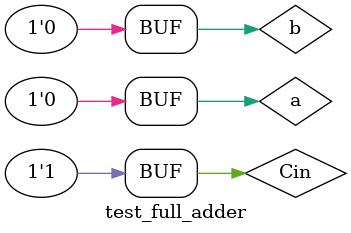
<source format=v>
  
module question_14(a,b,cin,sum,carry);
  
input a,b,cin;
output sum,carry;
wire f,g,h;
 
xor x1(f,a,b);
xor x2(sum,f,cin);
and a1(g,f,cin);
and a2(h,a,b);
or o1(carry,g,h);
  
endmodule

//testbench

module test_full_adder;
    reg a, b, Cin;
    wire Sum, Carry;

    question_14 uut (
        .a(a), .b(b), .Cin(Cin),
        .Sum(Sum), .carry(carry)
    );

    initial begin
       

        a = 0; b = 0; Cin = 0; #10;
        a = 0; b = 0; Cin = 1; #10;
       
    end
endmodule

</source>
